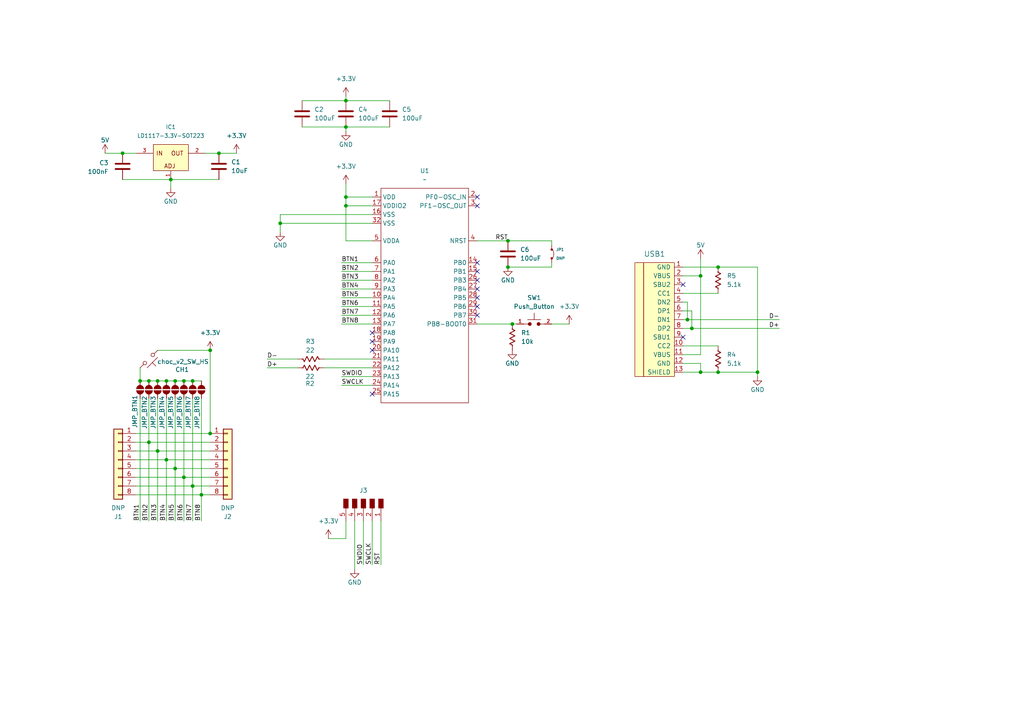
<source format=kicad_sch>
(kicad_sch (version 20250114) (generator "eeschema") (generator_version "9.0")
  (paper "A4")
  (lib_symbols
    (symbol "PCM_4ms_Power-symbol:+3.3V" (power) (pin_names (offset 0))
      (property "Value" "+3.3V" (at 0 3.556 0))
      (symbol "+3.3V_0_1"
        (polyline (pts (xy -0.762 1.27) (xy 0 2.54)))
        (polyline (pts (xy 0 2.54) (xy 0.762 1.27)))
        (polyline (pts (xy 0 0) (xy 0 2.54)))
      )
      (symbol "+3.3V_1_1"
        (pin power_in line (at 0 0 90) (length 0) (hide yes) (name "+3V3") (number "1"))
      )
    )
    (symbol "PCM_4ms_Regulator:LD1117-3.3V-SOT223" (pin_names (offset 1.016) (hide yes))
      (property "Reference" "IC" (at 2.54 -6.35 0))
      (property "Value" "LD1117-3.3V-SOT223" (at -4.445 4.445 0))
      (symbol "LD1117-3.3V-SOT223_1_0"
        (rectangle (start -5.08 3.81) (end 5.08 -3.81) (fill (type background)))
        (text "IN" (at -3.2766 1.2446 0) (effects (font (size 1.2192 1.2192))))
        (text "ADJ" (at -0.2794 -2.4384 0) (effects (font (size 1.2192 1.2192))))
        (text "OUT" (at 1.8796 1.2446 0) (effects (font (size 1.2192 1.2192))))
      )
      (symbol "LD1117-3.3V-SOT223_1_1"
        (pin input line (at -10.16 1.27 0) (length 5.08) (name "IN") (number "3"))
        (pin input line (at 0 -6.35 90) (length 2.54) (name "ADJ") (number "1"))
        (pin passive line (at 10.16 1.27 180) (length 5.08) (name "OUT") (number "2"))
      )
    )
    (symbol "PCM_Capacitor_AKL:C_0402" (pin_numbers (hide yes)) (pin_names (offset 0.254))
      (property "Reference" "C" (at 0.635 2.54 0))
      (property "Value" "C_0402" (at 0.635 -2.54 0))
      (symbol "C_0402_0_1"
        (polyline (pts (xy -2.032 0.762) (xy 2.032 0.762)) (stroke (width 0.508)))
        (polyline (pts (xy -2.032 -0.762) (xy 2.032 -0.762)) (stroke (width 0.508)))
      )
      (symbol "C_0402_0_2"
        (polyline (pts (xy -2.54 -2.54) (xy -0.381 -0.381)))
        (polyline (pts (xy -0.508 -0.508) (xy -1.651 0.635)) (stroke (width 0.508)))
        (polyline (pts (xy -0.508 -0.508) (xy 0.635 -1.651)) (stroke (width 0.508)))
        (polyline (pts (xy 0.381 0.381) (xy 2.54 2.54)))
        (polyline (pts (xy 0.508 0.508) (xy -0.635 1.651)) (stroke (width 0.508)))
        (polyline (pts (xy 0.508 0.508) (xy 1.651 -0.635)) (stroke (width 0.508)))
      )
      (symbol "C_0402_1_1"
        (pin passive line (at 0 3.81 270) (length 2.794) (name "~") (number "1"))
        (pin passive line (at 0 -3.81 90) (length 2.794) (name "~") (number "2"))
      )
      (symbol "C_0402_1_2"
        (pin passive line (at -2.54 -2.54 90) (length 0) (name "~") (number "2"))
        (pin passive line (at 2.54 2.54 270) (length 0) (name "~") (number "1"))
      )
    )
    (symbol "PCM_Resistor_US_AKL:R_0805" (pin_numbers (hide yes)) (pin_names (offset 0))
      (property "Reference" "R" (at 2.54 1.27 0))
      (property "Value" "R_0805" (at 2.54 -1.27 0))
      (symbol "R_0805_0_1"
        (polyline (pts (xy 0 2.286) (xy 0 2.54)) (stroke (width 0.254)))
        (polyline (pts (xy 0 2.286) (xy 0.762 1.905) (xy -0.762 1.143) (xy 0 0.762) (xy 0.762 0.381) (xy 0 0) (xy -0.762 -0.381) (xy 0 -0.762) (xy 0.762 -1.143) (xy 0 -1.524) (xy -0.762 -1.905) (xy 0 -2.286)) (stroke (width 0.254)))
        (polyline (pts (xy 0 -2.286) (xy 0 -2.54)) (stroke (width 0.254)))
      )
      (symbol "R_0805_0_2"
        (polyline (pts (xy -2.54 -2.54) (xy -1.778 -1.778)))
        (polyline (pts (xy -1.778 -1.778) (xy -1.524 -1.524)) (stroke (width 0.254)))
        (polyline (pts (xy -1.524 -1.524) (xy -1.778 -0.762) (xy -1.016 -1.016)) (stroke (width 0.254)))
        (polyline (pts (xy -0.508 -0.508) (xy -0.762 0.254) (xy 0 0)) (stroke (width 0.254)))
        (polyline (pts (xy -0.508 -0.508) (xy -0.254 -1.27) (xy -1.016 -1.016)) (stroke (width 0.254)))
        (polyline (pts (xy 0.508 0.508) (xy 0.254 1.27) (xy 1.016 1.016)) (stroke (width 0.254)))
        (polyline (pts (xy 0.508 0.508) (xy 0.762 -0.254) (xy 0 0)) (stroke (width 0.254)))
        (polyline (pts (xy 1.524 1.524) (xy 1.778 0.762) (xy 1.016 1.016)) (stroke (width 0.254)))
        (polyline (pts (xy 1.778 1.778) (xy 1.524 1.524)) (stroke (width 0.254)))
        (polyline (pts (xy 1.778 1.778) (xy 2.54 2.54)))
      )
      (symbol "R_0805_1_1"
        (pin passive line (at 0 3.81 270) (length 1.27) (name "~") (number "1"))
        (pin passive line (at 0 -3.81 90) (length 1.27) (name "~") (number "2"))
      )
      (symbol "R_0805_1_2"
        (pin passive line (at -2.54 -2.54 0) (length 0) (name "") (number "2"))
        (pin passive line (at 2.54 2.54 180) (length 0) (name "") (number "1"))
      )
    )
    (symbol "PCM_SL_Devices:Push_Button"
      (property "Reference" "SW" (at 0 6.35 0))
      (property "Value" "Push_Button" (at 0 4.445 0))
      (symbol "Push_Button_0_1"
        (polyline (pts (xy -3.175 0) (xy -1.778 0)))
        (polyline (pts (xy -1.905 1.27) (xy 1.905 1.27)))
        (circle (center -1.27 0) (radius 0.4579) (fill (type outline)))
        (polyline (pts (xy 0 1.27) (xy 0 3.175)))
        (circle (center 1.27 0) (radius 0.4579) (fill (type outline)))
        (polyline (pts (xy 1.778 0) (xy 3.175 0)))
      )
      (symbol "Push_Button_1_1"
        (pin passive line (at -5.08 0 0) (length 2) (name "") (number "1"))
        (pin passive line (at 5.08 0 180) (length 2) (name "") (number "2"))
      )
    )
    (symbol "PCM_SL_Jumpers_THT:JUP_P5.08mm"
      (property "Reference" "JP" (at -4.064 1.524 0))
      (property "Value" "JUP_P5.08mm" (at 1.27 1.524 0))
      (symbol "JUP_P5.08mm_0_1"
        (circle (center -1.27 0) (radius 0.254) (fill (type outline)))
        (arc (start -1.27 0.254) (mid 0 0.5892) (end 1.27 0.254))
        (circle (center 1.27 0) (radius 0.254) (fill (type outline)))
      )
      (symbol "JUP_P5.08mm_1_1"
        (pin passive line (at -2.54 0 0) (length 1.2) (name "") (number "1"))
        (pin passive line (at 2.54 0 180) (length 1.2) (name "") (number "2"))
      )
    )
    (symbol "PCM_SparkFun-Connector:Conn_01x08_JST_P1.25mm_Locking_Horizontal_SMD" (pin_names (offset 1.016) (hide yes))
      (property "Reference" "J" (at 0 10.16 0))
      (property "Value" "JST_Locking_8" (at 0 -12.7 0))
      (symbol "Conn_01x08_JST_P1.25mm_Locking_Horizontal_SMD_1_1"
        (rectangle (start -1.27 8.89) (end 1.27 -11.43) (stroke (width 0.254)) (fill (type background)))
        (rectangle (start -1.27 7.747) (end 0 7.493) (stroke (width 0.1524)))
        (rectangle (start -1.27 5.207) (end 0 4.953) (stroke (width 0.1524)))
        (rectangle (start -1.27 2.667) (end 0 2.413) (stroke (width 0.1524)))
        (rectangle (start -1.27 0.127) (end 0 -0.127) (stroke (width 0.1524)))
        (rectangle (start -1.27 -2.413) (end 0 -2.667) (stroke (width 0.1524)))
        (rectangle (start -1.27 -4.953) (end 0 -5.207) (stroke (width 0.1524)))
        (rectangle (start -1.27 -7.493) (end 0 -7.747) (stroke (width 0.1524)))
        (rectangle (start -1.27 -10.033) (end 0 -10.287) (stroke (width 0.1524)))
        (pin passive line (at -5.08 7.62 0) (length 3.81) (name "Pin_1") (number "1"))
        (pin passive line (at -5.08 5.08 0) (length 3.81) (name "Pin_2") (number "2"))
        (pin passive line (at -5.08 2.54 0) (length 3.81) (name "Pin_3") (number "3"))
        (pin passive line (at -5.08 0 0) (length 3.81) (name "Pin_4") (number "4"))
        (pin passive line (at -5.08 -2.54 0) (length 3.81) (name "Pin_5") (number "5"))
        (pin passive line (at -5.08 -5.08 0) (length 3.81) (name "Pin_6") (number "6"))
        (pin passive line (at -5.08 -7.62 0) (length 3.81) (name "Pin_7") (number "7"))
        (pin passive line (at -5.08 -10.16 0) (length 3.81) (name "Pin_8") (number "8"))
        (pin no_connect line (at 3.81 -11.43 90) (length 5.08) (hide yes) (name "NC") (number "NC2"))
        (pin no_connect line (at 6.35 -11.43 90) (length 5.08) (hide yes) (name "NC") (number "NC1"))
      )
    )
    (symbol "PCM_SparkFun-Jumper:SolderJumper_2_Open_No_Silk" (pin_numbers (hide yes)) (pin_names (offset 0) (hide yes))
      (property "Reference" "JP" (at 0 2.032 0))
      (property "Value" "~" (at 0 -2.54 0))
      (symbol "SolderJumper_2_Open_No_Silk_0_1"
        (polyline (pts (xy -0.254 1.016) (xy -0.254 -1.016)))
        (arc (start -0.254 -1.016) (mid -1.2656 0) (end -0.254 1.016))
        (arc (start -0.254 -1.016) (mid -1.2656 0) (end -0.254 1.016) (fill (type outline)))
        (arc (start 0.254 1.016) (mid 1.2656 0) (end 0.254 -1.016))
        (arc (start 0.254 1.016) (mid 1.2656 0) (end 0.254 -1.016) (fill (type outline)))
        (polyline (pts (xy 0.254 1.016) (xy 0.254 -1.016)))
      )
      (symbol "SolderJumper_2_Open_No_Silk_1_1"
        (pin passive line (at -2.54 0 0) (length 1.27) (name "A") (number "1"))
        (pin passive line (at 2.54 0 180) (length 1.27) (name "B") (number "2"))
      )
    )
    (symbol "PCM_SparkFun-PowerSymbol:5V" (power) (pin_names (offset 0))
      (property "Value" "5V" (at 0 3.81 0))
      (symbol "5V_0_1"
        (polyline (pts (xy -0.762 1.27) (xy 0 2.54)))
        (polyline (pts (xy 0 2.54) (xy 0.762 1.27)))
        (polyline (pts (xy 0 0) (xy 0 2.54)))
      )
      (symbol "5V_1_1"
        (pin power_in line (at 0 0 90) (length 0) (hide yes) (name "5V") (number "1"))
      )
    )
    (symbol "PCM_SparkFun-PowerSymbol:GND" (power) (pin_names (offset 0))
      (property "Value" "GND" (at 0 -3.81 0))
      (symbol "GND_0_1"
        (polyline (pts (xy 0 0) (xy 0 -1.27) (xy 1.27 -1.27) (xy 0 -2.54) (xy -1.27 -1.27) (xy 0 -1.27)))
      )
      (symbol "GND_1_1"
        (pin power_in line (at 0 0 270) (length 0) (hide yes) (name "GND") (number "1"))
      )
    )
    (symbol "PCM_fab:PinHeader_01x05_P2.54mm_Horizontal_SMD" (pin_names (hide yes))
      (property "Reference" "J" (at 0 7.62 0))
      (property "Value" "PinHeader_01x05_P2.54mm_Horizontal_SMD" (at 0 -7.62 0))
      (symbol "PinHeader_01x05_P2.54mm_Horizontal_SMD_1_1"
        (rectangle (start -1.27 5.715) (end 1.27 4.445) (stroke (width 0.254)) (fill (type outline)))
        (rectangle (start -1.27 3.175) (end 1.27 1.905) (stroke (width 0.254)) (fill (type outline)))
        (rectangle (start -1.27 0.635) (end 1.27 -0.635) (stroke (width 0.254)) (fill (type outline)))
        (rectangle (start -1.27 -1.905) (end 1.27 -3.175) (stroke (width 0.254)) (fill (type outline)))
        (rectangle (start -1.27 -4.445) (end 1.27 -5.715) (stroke (width 0.254)) (fill (type outline)))
        (pin passive line (at 5.08 5.08 180) (length 3.81) (name "Pin_1") (number "1"))
        (pin passive line (at 5.08 2.54 180) (length 3.81) (name "Pin_2") (number "2"))
        (pin passive line (at 5.08 0 180) (length 3.81) (name "Pin_3") (number "3"))
        (pin passive line (at 5.08 -2.54 180) (length 3.81) (name "Pin_4") (number "4"))
        (pin passive line (at 5.08 -5.08 180) (length 3.81) (name "Pin_5") (number "5"))
      )
    )
    (symbol "PCM_marbastlib-choc:choc_v1_SW_HS_CPG135001S30" (pin_numbers (hide yes)) (pin_names (offset 1.016) (hide yes))
      (property "Reference" "CH" (at 3.048 1.016 0))
      (property "Value" "choc_v1_SW_HS" (at 0 -3.81 0))
      (symbol "choc_v1_SW_HS_CPG135001S30_0_1"
        (polyline (pts (xy -2.54 2.54) (xy -1.524 1.524) (xy -1.524 1.524)))
        (circle (center -1.1684 1.1684) (radius 0.508))
        (polyline (pts (xy -0.508 2.54) (xy 2.54 -0.508)))
        (polyline (pts (xy 1.016 1.016) (xy 2.032 2.032)))
        (circle (center 1.143 -1.1938) (radius 0.508))
        (polyline (pts (xy 1.524 -1.524) (xy 2.54 -2.54) (xy 2.54 -2.54) (xy 2.54 -2.54)))
        (pin passive line (at -2.54 2.54 0) (length 0) (name "1") (number "1"))
        (pin passive line (at 2.54 -2.54 180) (length 0) (name "2") (number "2"))
      )
    )
    (symbol "Type-C:HRO-TYPE-C-31-M-12" (pin_names (offset 1.016))
      (property "Reference" "USB" (at -5.08 16.51 0))
      (property "Value" "HRO-TYPE-C-31-M-12" (at -10.16 -1.27 90))
      (symbol "HRO-TYPE-C-31-M-12_0_1"
        (rectangle (start -11.43 15.24) (end -8.89 -17.78) (fill (type background)))
        (rectangle (start 0 -17.78) (end -8.89 15.24) (fill (type background)))
      )
      (symbol "HRO-TYPE-C-31-M-12_1_1"
        (pin input line (at 2.54 13.97 180) (length 2.54) (name "GND") (number "1"))
        (pin input line (at 2.54 11.43 180) (length 2.54) (name "VBUS") (number "2"))
        (pin input line (at 2.54 8.89 180) (length 2.54) (name "SBU2") (number "3"))
        (pin input line (at 2.54 6.35 180) (length 2.54) (name "CC1") (number "4"))
        (pin input line (at 2.54 3.81 180) (length 2.54) (name "DN2") (number "5"))
        (pin input line (at 2.54 1.27 180) (length 2.54) (name "DP1") (number "6"))
        (pin input line (at 2.54 -1.27 180) (length 2.54) (name "DN1") (number "7"))
        (pin input line (at 2.54 -3.81 180) (length 2.54) (name "DP2") (number "8"))
        (pin input line (at 2.54 -6.35 180) (length 2.54) (name "SBU1") (number "9"))
        (pin input line (at 2.54 -8.89 180) (length 2.54) (name "CC2") (number "10"))
        (pin input line (at 2.54 -11.43 180) (length 2.54) (name "VBUS") (number "11"))
        (pin input line (at 2.54 -13.97 180) (length 2.54) (name "GND") (number "12"))
        (pin input line (at 2.54 -16.51 180) (length 2.54) (name "SHIELD") (number "13"))
      )
    )
    (symbol "mycustomsymbols:STM32F042K6"
      (property "Reference" "U" (at -12.192 30.734 0))
      (symbol "STM32F042K6_0_1"
        (rectangle (start -12.7 29.21) (end 12.7 -33.02))
      )
      (symbol "STM32F042K6_1_1"
        (pin bidirectional line (at -15.24 26.67 0) (length 2.54) (name "VDD") (number "1"))
        (pin bidirectional line (at -15.24 24.13 0) (length 2.54) (name "VDDIO2") (number "17"))
        (pin bidirectional line (at -15.24 21.59 0) (length 2.54) (name "VSS") (number "16"))
        (pin bidirectional line (at -15.24 19.05 0) (length 2.54) (name "VSS") (number "32"))
        (pin bidirectional line (at -15.24 13.97 0) (length 2.54) (name "VDDA") (number "5"))
        (pin bidirectional line (at -15.24 7.62 0) (length 2.54) (name "PA0") (number "6"))
        (pin bidirectional line (at -15.24 5.08 0) (length 2.54) (name "PA1") (number "7"))
        (pin bidirectional line (at -15.24 2.54 0) (length 2.54) (name "PA2") (number "8"))
        (pin bidirectional line (at -15.24 0 0) (length 2.54) (name "PA3") (number "9"))
        (pin bidirectional line (at -15.24 -2.54 0) (length 2.54) (name "PA4") (number "10"))
        (pin bidirectional line (at -15.24 -5.08 0) (length 2.54) (name "PA5") (number "11"))
        (pin bidirectional line (at -15.24 -7.62 0) (length 2.54) (name "PA6") (number "12"))
        (pin bidirectional line (at -15.24 -10.16 0) (length 2.54) (name "PA7") (number "13"))
        (pin bidirectional line (at -15.24 -12.7 0) (length 2.54) (name "PA8") (number "18"))
        (pin bidirectional line (at -15.24 -15.24 0) (length 2.54) (name "PA9") (number "19"))
        (pin bidirectional line (at -15.24 -17.78 0) (length 2.54) (name "PA10") (number "20"))
        (pin bidirectional line (at -15.24 -20.32 0) (length 2.54) (name "PA11") (number "21"))
        (pin bidirectional line (at -15.24 -22.86 0) (length 2.54) (name "PA12") (number "22"))
        (pin bidirectional line (at -15.24 -25.4 0) (length 2.54) (name "PA13") (number "23"))
        (pin bidirectional line (at -15.24 -27.94 0) (length 2.54) (name "PA14") (number "24"))
        (pin bidirectional line (at -15.24 -30.48 0) (length 2.54) (name "PA15") (number "25"))
        (pin bidirectional line (at 15.24 26.67 180) (length 2.54) (name "PF0-OSC_IN") (number "2"))
        (pin bidirectional line (at 15.24 24.13 180) (length 2.54) (name "PF1-OSC_OUT") (number "3"))
        (pin bidirectional line (at 15.24 13.97 180) (length 2.54) (name "NRST") (number "4"))
        (pin bidirectional line (at 15.24 7.62 180) (length 2.54) (name "PB0") (number "14"))
        (pin bidirectional line (at 15.24 5.08 180) (length 2.54) (name "PB1") (number "15"))
        (pin bidirectional line (at 15.24 2.54 180) (length 2.54) (name "PB3") (number "26"))
        (pin bidirectional line (at 15.24 0 180) (length 2.54) (name "PB4") (number "27"))
        (pin bidirectional line (at 15.24 -2.54 180) (length 2.54) (name "PB5") (number "28"))
        (pin bidirectional line (at 15.24 -5.08 180) (length 2.54) (name "PB6") (number "29"))
        (pin bidirectional line (at 15.24 -7.62 180) (length 2.54) (name "PB7") (number "30"))
        (pin bidirectional line (at 15.24 -10.16 180) (length 2.54) (name "PB8-BOOT0") (number "31"))
      )
    )
  )
  (junction (at 208.28 77.47))
  (junction (at 43.18 110.49))
  (junction (at 60.96 125.73))
  (junction (at 40.64 110.49))
  (junction (at 199.39 92.71))
  (junction (at 100.33 29.21))
  (junction (at 63.5 44.45))
  (junction (at 45.72 110.49))
  (junction (at 100.33 36.83))
  (junction (at 53.34 110.49))
  (junction (at 100.33 59.69))
  (junction (at 35.56 44.45))
  (junction (at 147.32 77.47))
  (junction (at 43.18 128.27))
  (junction (at 45.72 130.81))
  (junction (at 58.42 143.51))
  (junction (at 49.53 52.07))
  (junction (at 203.2 80.01))
  (junction (at 81.28 64.77))
  (junction (at 60.96 101.6))
  (junction (at 203.2 107.95))
  (junction (at 200.66 95.25))
  (junction (at 48.26 133.35))
  (junction (at 50.8 110.49))
  (junction (at 55.88 110.49))
  (junction (at 53.34 138.43))
  (junction (at 147.32 69.85))
  (junction (at 50.8 135.89))
  (junction (at 219.71 107.95))
  (junction (at 148.59 93.98))
  (junction (at 208.28 107.95))
  (junction (at 48.26 110.49))
  (junction (at 55.88 140.97))
  (junction (at 100.33 57.15))
  (no_connect (at 138.43 57.15))
  (no_connect (at 138.43 59.69))
  (no_connect (at 107.95 114.3))
  (no_connect (at 138.43 88.9))
  (no_connect (at 138.43 86.36))
  (no_connect (at 107.95 101.6))
  (no_connect (at 107.95 96.52))
  (no_connect (at 138.43 91.44))
  (no_connect (at 198.12 97.79))
  (no_connect (at 107.95 99.06))
  (no_connect (at 138.43 76.2))
  (no_connect (at 198.12 82.55))
  (no_connect (at 138.43 78.74))
  (no_connect (at 138.43 81.28))
  (no_connect (at 138.43 83.82))
  (wire (pts (xy 55.88 115.57) (xy 55.88 140.97)))
  (wire (pts (xy 110.49 163.83) (xy 110.49 151.13)))
  (wire (pts (xy 39.37 140.97) (xy 55.88 140.97)))
  (wire (pts (xy 50.8 135.89) (xy 60.96 135.89)))
  (wire (pts (xy 203.2 74.93) (xy 203.2 80.01)))
  (wire (pts (xy 39.37 125.73) (xy 60.96 125.73)))
  (wire (pts (xy 99.06 91.44) (xy 107.95 91.44)))
  (wire (pts (xy 203.2 107.95) (xy 208.28 107.95)))
  (wire (pts (xy 48.26 133.35) (xy 60.96 133.35)))
  (wire (pts (xy 165.1 93.98) (xy 160.02 93.98)))
  (wire (pts (xy 200.66 90.17) (xy 200.66 95.25)))
  (wire (pts (xy 39.37 135.89) (xy 50.8 135.89)))
  (wire (pts (xy 48.26 133.35) (xy 48.26 151.13)))
  (wire (pts (xy 200.66 95.25) (xy 226.06 95.25)))
  (wire (pts (xy 100.33 156.21) (xy 100.33 151.13)))
  (wire (pts (xy 149.86 93.98) (xy 148.59 93.98)))
  (wire (pts (xy 99.06 93.98) (xy 107.95 93.98)))
  (wire (pts (xy 43.18 128.27) (xy 60.96 128.27)))
  (wire (pts (xy 203.2 102.87) (xy 198.12 102.87)))
  (wire (pts (xy 86.36 104.14) (xy 77.47 104.14)))
  (wire (pts (xy 203.2 80.01) (xy 203.2 102.87)))
  (wire (pts (xy 87.63 29.21) (xy 100.33 29.21)))
  (wire (pts (xy 43.18 128.27) (xy 43.18 151.13)))
  (wire (pts (xy 30.48 44.45) (xy 35.56 44.45)))
  (wire (pts (xy 160.02 77.47) (xy 147.32 77.47)))
  (wire (pts (xy 107.95 69.85) (xy 100.33 69.85)))
  (wire (pts (xy 53.34 115.57) (xy 53.34 138.43)))
  (wire (pts (xy 198.12 92.71) (xy 199.39 92.71)))
  (wire (pts (xy 35.56 52.07) (xy 49.53 52.07)))
  (wire (pts (xy 100.33 53.34) (xy 100.33 57.15)))
  (wire (pts (xy 39.37 143.51) (xy 58.42 143.51)))
  (wire (pts (xy 40.64 106.68) (xy 40.64 110.49)))
  (wire (pts (xy 147.32 69.85) (xy 160.02 69.85)))
  (wire (pts (xy 160.02 69.85) (xy 160.02 71.12)))
  (wire (pts (xy 95.25 156.21) (xy 100.33 156.21)))
  (wire (pts (xy 81.28 64.77) (xy 81.28 67.31)))
  (wire (pts (xy 198.12 85.09) (xy 208.28 85.09)))
  (wire (pts (xy 105.41 151.13) (xy 105.41 163.83)))
  (wire (pts (xy 49.53 54.61) (xy 49.53 52.07)))
  (wire (pts (xy 59.69 44.45) (xy 63.5 44.45)))
  (wire (pts (xy 100.33 57.15) (xy 100.33 59.69)))
  (wire (pts (xy 203.2 105.41) (xy 198.12 105.41)))
  (wire (pts (xy 50.8 110.49) (xy 53.34 110.49)))
  (wire (pts (xy 39.37 128.27) (xy 43.18 128.27)))
  (wire (pts (xy 45.72 110.49) (xy 48.26 110.49)))
  (wire (pts (xy 60.96 101.6) (xy 45.72 101.6)))
  (wire (pts (xy 198.12 90.17) (xy 200.66 90.17)))
  (wire (pts (xy 107.95 59.69) (xy 100.33 59.69)))
  (wire (pts (xy 99.06 109.22) (xy 107.95 109.22)))
  (wire (pts (xy 198.12 100.33) (xy 208.28 100.33)))
  (wire (pts (xy 58.42 143.51) (xy 58.42 151.13)))
  (wire (pts (xy 100.33 59.69) (xy 100.33 69.85)))
  (wire (pts (xy 100.33 27.94) (xy 100.33 29.21)))
  (wire (pts (xy 100.33 29.21) (xy 113.03 29.21)))
  (wire (pts (xy 39.37 133.35) (xy 48.26 133.35)))
  (wire (pts (xy 50.8 135.89) (xy 50.8 151.13)))
  (wire (pts (xy 45.72 130.81) (xy 45.72 151.13)))
  (wire (pts (xy 48.26 115.57) (xy 48.26 133.35)))
  (wire (pts (xy 49.53 52.07) (xy 63.5 52.07)))
  (wire (pts (xy 55.88 140.97) (xy 60.96 140.97)))
  (wire (pts (xy 198.12 80.01) (xy 203.2 80.01)))
  (wire (pts (xy 99.06 111.76) (xy 107.95 111.76)))
  (wire (pts (xy 219.71 107.95) (xy 219.71 109.22)))
  (wire (pts (xy 100.33 38.1) (xy 100.33 36.83)))
  (wire (pts (xy 219.71 77.47) (xy 219.71 107.95)))
  (wire (pts (xy 208.28 77.47) (xy 219.71 77.47)))
  (wire (pts (xy 86.36 106.68) (xy 77.47 106.68)))
  (wire (pts (xy 99.06 83.82) (xy 107.95 83.82)))
  (wire (pts (xy 35.56 44.45) (xy 39.37 44.45)))
  (wire (pts (xy 58.42 115.57) (xy 58.42 143.51)))
  (wire (pts (xy 138.43 69.85) (xy 147.32 69.85)))
  (wire (pts (xy 198.12 87.63) (xy 199.39 87.63)))
  (wire (pts (xy 81.28 62.23) (xy 81.28 64.77)))
  (wire (pts (xy 53.34 138.43) (xy 53.34 151.13)))
  (wire (pts (xy 81.28 64.77) (xy 107.95 64.77)))
  (wire (pts (xy 99.06 76.2) (xy 107.95 76.2)))
  (wire (pts (xy 199.39 92.71) (xy 226.06 92.71)))
  (wire (pts (xy 55.88 110.49) (xy 58.42 110.49)))
  (wire (pts (xy 93.98 106.68) (xy 107.95 106.68)))
  (wire (pts (xy 39.37 130.81) (xy 45.72 130.81)))
  (wire (pts (xy 53.34 138.43) (xy 60.96 138.43)))
  (wire (pts (xy 39.37 138.43) (xy 53.34 138.43)))
  (wire (pts (xy 100.33 57.15) (xy 107.95 57.15)))
  (wire (pts (xy 160.02 76.2) (xy 160.02 77.47)))
  (wire (pts (xy 40.64 110.49) (xy 43.18 110.49)))
  (wire (pts (xy 107.95 163.83) (xy 107.95 151.13)))
  (wire (pts (xy 199.39 87.63) (xy 199.39 92.71)))
  (wire (pts (xy 53.34 110.49) (xy 55.88 110.49)))
  (wire (pts (xy 58.42 143.51) (xy 60.96 143.51)))
  (wire (pts (xy 203.2 105.41) (xy 203.2 107.95)))
  (wire (pts (xy 87.63 36.83) (xy 100.33 36.83)))
  (wire (pts (xy 60.96 101.6) (xy 60.96 125.73)))
  (wire (pts (xy 43.18 115.57) (xy 43.18 128.27)))
  (wire (pts (xy 45.72 115.57) (xy 45.72 130.81)))
  (wire (pts (xy 113.03 36.83) (xy 100.33 36.83)))
  (wire (pts (xy 63.5 44.45) (xy 68.58 44.45)))
  (wire (pts (xy 198.12 95.25) (xy 200.66 95.25)))
  (wire (pts (xy 99.06 78.74) (xy 107.95 78.74)))
  (wire (pts (xy 138.43 93.98) (xy 148.59 93.98)))
  (wire (pts (xy 50.8 115.57) (xy 50.8 135.89)))
  (wire (pts (xy 99.06 86.36) (xy 107.95 86.36)))
  (wire (pts (xy 93.98 104.14) (xy 107.95 104.14)))
  (wire (pts (xy 102.87 151.13) (xy 102.87 165.1)))
  (wire (pts (xy 203.2 107.95) (xy 198.12 107.95)))
  (wire (pts (xy 99.06 81.28) (xy 107.95 81.28)))
  (wire (pts (xy 208.28 107.95) (xy 219.71 107.95)))
  (wire (pts (xy 55.88 140.97) (xy 55.88 151.13)))
  (wire (pts (xy 99.06 88.9) (xy 107.95 88.9)))
  (wire (pts (xy 43.18 110.49) (xy 45.72 110.49)))
  (wire (pts (xy 45.72 130.81) (xy 60.96 130.81)))
  (wire (pts (xy 198.12 77.47) (xy 208.28 77.47)))
  (wire (pts (xy 81.28 62.23) (xy 107.95 62.23)))
  (wire (pts (xy 48.26 110.49) (xy 50.8 110.49)))
  (wire (pts (xy 40.64 151.13) (xy 40.64 115.57)))
  (label "BTN1" (at 40.64 151.13 90))
  (label "BTN2" (at 43.18 151.13 90))
  (label "BTN5" (at 99.06 86.36 0))
  (label "SWCLK" (at 99.06 111.76 0))
  (label "BTN6" (at 99.06 88.9 0))
  (label "BTN4" (at 48.26 151.13 90))
  (label "SWCLK" (at 107.95 163.83 90))
  (label "BTN7" (at 55.88 151.13 90))
  (label "D-" (at 77.47 104.14 0))
  (label "BTN8" (at 99.06 93.98 0))
  (label "BTN4" (at 99.06 83.82 0))
  (label "BTN1" (at 99.06 76.2 0))
  (label "RST" (at 110.49 163.83 90))
  (label "SWDIO" (at 99.06 109.22 0))
  (label "D+" (at 77.47 106.68 0))
  (label "BTN8" (at 58.42 151.13 90))
  (label "BTN6" (at 53.34 151.13 90))
  (label "SWDIO" (at 105.41 163.83 90))
  (label "BTN5" (at 50.8 151.13 90))
  (label "RST" (at 147.32 69.85 180))
  (label "BTN3" (at 45.72 151.13 90))
  (label "D+" (at 226.06 95.25 180))
  (label "BTN3" (at 99.06 81.28 0))
  (label "D-" (at 226.06 92.71 180))
  (label "BTN7" (at 99.06 91.44 0))
  (label "BTN2" (at 99.06 78.74 0))
  (symbol (lib_id "PCM_4ms_Regulator:LD1117-3.3V-SOT223") (at 49.53 45.72 0) (unit 1)
    (property "Reference" "IC1" (at 49.53 36.83 0) (effects (font (size 1.143 1.143))))
    (property "Value" "LD1117-3.3V-SOT223" (at 49.53 39.37 0) (effects (font (size 1.143 1.143))))
    (property "Footprint" "PCM_4ms_Package_SOT:SOT223" (effects (hide yes)))
    (property "Datasheet" "https://www.mouser.com/datasheet/2/389/cd00000544-1795431.pdf" (effects (hide yes)))
    (property "Description" "3.3V Voltage Regulator, SOT-223-3, Imax=0.8A, VinMax=15V, Vdrop=1V" (effects (hide yes)))
    (property "Manufacturer" "STMicroelectronics" (effects (hide yes)))
    (property "Part Number" "LD1117S33CTR" (effects (hide yes)))
  )
  (symbol (lib_id "PCM_Capacitor_AKL:C_0402") (at 147.32 73.66 180) (unit 1)
    (property "Reference" "C6" (at 150.876 72.3899 0) (effects (justify right)))
    (property "Value" "100uF" (at 150.876 74.9299 0) (effects (justify right)))
    (property "Footprint" "PCM_Capacitor_SMD_Handsoldering_AKL:C_0805_2012Metric" (effects (hide yes)))
    (property "Description" "SMD 0402 MLCC capacitor, Alternate KiCad Library" (effects (hide yes)))
  )
  (symbol (lib_id "PCM_SparkFun-Jumper:SolderJumper_2_Open_No_Silk") (at 48.26 113.03 90) (unit 1)
    (property "Reference" "JMP_BTN4" (at 46.99 124.4601 0) (effects (justify left)))
    (property "Footprint" "PCM_SparkFun-Jumper:Jumper_2_NO_NoSilk" (effects (hide yes)))
    (property "Description" "Solder Jumper, 2-pole, open" (effects (hide yes)))
  )
  (symbol (lib_id "PCM_Resistor_US_AKL:R_0805") (at 90.17 106.68 90) (unit 1)
    (property "Reference" "R2" (at 89.916 111.252 90))
    (property "Value" "22" (at 89.916 109.22 90))
    (property "Footprint" "PCM_Resistor_SMD_AKL:R_0805_2012Metric" (effects (hide yes)))
    (property "Description" "SMD 0805 Chip Resistor, US Symbol, Alternate KiCad Library" (effects (hide yes)))
  )
  (symbol (lib_id "PCM_fab:PinHeader_01x05_P2.54mm_Horizontal_SMD") (at 105.41 146.05 270) (unit 1)
    (property "Reference" "J3" (at 105.41 142.24 90))
    (property "Value" "DNP" (effects (hide yes)))
    (property "Footprint" "PCM_fab:PinHeader_01x05_P2.54mm_Vertical_THT_D1.4mm" (effects (hide yes)))
    (property "Description" "Male connector, single row" (effects (hide yes)))
  )
  (symbol (lib_id "PCM_SparkFun-PowerSymbol:GND") (at 49.53 54.61 0) (unit 1)
    (property "Reference" "#PWR04" (effects (hide yes)))
    (property "Value" "GND" (at 49.53 58.42 0))
    (property "Description" "Power symbol creates a global label with name \"GND\" , ground" (effects (hide yes)))
  )
  (symbol (lib_id "PCM_SparkFun-Connector:Conn_01x08_JST_P1.25mm_Locking_Horizontal_SMD") (at 34.29 133.35 0) (mirror y) (unit 1)
    (property "Reference" "J1" (at 34.29 149.86 0))
    (property "Value" "DNP" (at 34.29 147.32 0))
    (property "Footprint" "PCM_SparkFun-Connector:1x08_P2.54mm" (effects (hide yes)))
    (property "Datasheet" "https://www.jst-mfg.com/product/pdf/eng/eGH.pdf" (effects (hide yes)))
    (property "Description" "JST locking connector" (effects (hide yes)))
    (property "PROD_ID" "CONN-25026" (effects (hide yes)))
  )
  (symbol (lib_id "PCM_4ms_Power-symbol:+3.3V") (at 60.96 101.6 0) (unit 1)
    (property "Reference" "#PWR01" (effects (hide yes)))
    (property "Value" "+3.3V" (at 60.96 96.52 0))
  )
  (symbol (lib_id "PCM_Capacitor_AKL:C_0402") (at 35.56 48.26 0) (unit 1)
    (property "Reference" "C3" (at 31.496 47.2439 0) (effects (justify right)))
    (property "Value" "100nF" (at 31.496 49.7839 0) (effects (justify right)))
    (property "Footprint" "PCM_Capacitor_SMD_Handsoldering_AKL:C_0805_2012Metric" (effects (hide yes)))
    (property "Description" "SMD 0402 MLCC capacitor, Alternate KiCad Library" (effects (hide yes)))
  )
  (symbol (lib_id "PCM_SparkFun-Connector:Conn_01x08_JST_P1.25mm_Locking_Horizontal_SMD") (at 66.04 133.35 0) (unit 1)
    (property "Reference" "J2" (at 66.04 149.86 0))
    (property "Value" "DNP" (at 66.04 147.32 0))
    (property "Footprint" "PCM_SparkFun-Connector:1x08_P2.54mm" (effects (hide yes)))
    (property "Datasheet" "https://www.jst-mfg.com/product/pdf/eng/eGH.pdf" (effects (hide yes)))
    (property "Description" "JST locking connector" (effects (hide yes)))
    (property "PROD_ID" "CONN-25026" (effects (hide yes)))
  )
  (symbol (lib_id "PCM_Capacitor_AKL:C_0402") (at 87.63 33.02 180) (unit 1)
    (property "Reference" "C2" (at 91.186 31.7499 0) (effects (justify right)))
    (property "Value" "100uF" (at 91.186 34.2899 0) (effects (justify right)))
    (property "Footprint" "PCM_Capacitor_SMD_Handsoldering_AKL:C_0805_2012Metric" (effects (hide yes)))
    (property "Description" "SMD 0402 MLCC capacitor, Alternate KiCad Library" (effects (hide yes)))
  )
  (symbol (lib_id "PCM_SparkFun-PowerSymbol:5V") (at 203.2 74.93 0) (unit 1)
    (property "Reference" "#PWR015" (effects (hide yes)))
    (property "Value" "5V" (at 203.2 71.12 0))
    (property "Description" "Power symbol creates a global label with name \"5V\"" (effects (hide yes)))
  )
  (symbol (lib_id "PCM_SparkFun-Jumper:SolderJumper_2_Open_No_Silk") (at 58.42 113.03 90) (unit 1)
    (property "Reference" "JMP_BTN8" (at 57.15 124.4601 0) (effects (justify left)))
    (property "Footprint" "PCM_SparkFun-Jumper:Jumper_2_NO_NoSilk" (effects (hide yes)))
    (property "Description" "Solder Jumper, 2-pole, open" (effects (hide yes)))
  )
  (symbol (lib_id "PCM_SparkFun-Jumper:SolderJumper_2_Open_No_Silk") (at 50.8 113.03 90) (unit 1)
    (property "Reference" "JMP_BTN5" (at 49.53 124.4601 0) (effects (justify left)))
    (property "Footprint" "PCM_SparkFun-Jumper:Jumper_2_NO_NoSilk" (effects (hide yes)))
    (property "Description" "Solder Jumper, 2-pole, open" (effects (hide yes)))
  )
  (symbol (lib_id "PCM_4ms_Power-symbol:+3.3V") (at 100.33 27.94 0) (unit 1)
    (property "Reference" "#PWR07" (effects (hide yes)))
    (property "Value" "+3.3V" (at 100.33 22.86 0))
  )
  (symbol (lib_id "PCM_SparkFun-Jumper:SolderJumper_2_Open_No_Silk") (at 53.34 113.03 90) (unit 1)
    (property "Reference" "JMP_BTN6" (at 52.07 124.4601 0) (effects (justify left)))
    (property "Footprint" "PCM_SparkFun-Jumper:Jumper_2_NO_NoSilk" (effects (hide yes)))
    (property "Description" "Solder Jumper, 2-pole, open" (effects (hide yes)))
  )
  (symbol (lib_id "PCM_Resistor_US_AKL:R_0805") (at 208.28 104.14 0) (unit 1)
    (property "Reference" "R4" (at 210.82 102.8699 0) (effects (justify left)))
    (property "Value" "5.1k" (at 210.82 105.4099 0) (effects (justify left)))
    (property "Footprint" "PCM_Resistor_SMD_AKL:R_0805_2012Metric" (effects (hide yes)))
    (property "Description" "SMD 0805 Chip Resistor, US Symbol, Alternate KiCad Library" (effects (hide yes)))
  )
  (symbol (lib_id "PCM_SparkFun-Jumper:SolderJumper_2_Open_No_Silk") (at 45.72 113.03 90) (unit 1)
    (property "Reference" "JMP_BTN3" (at 44.45 124.4601 0) (effects (justify left)))
    (property "Footprint" "PCM_SparkFun-Jumper:Jumper_2_NO_NoSilk" (effects (hide yes)))
    (property "Description" "Solder Jumper, 2-pole, open" (effects (hide yes)))
  )
  (symbol (lib_id "PCM_SparkFun-Jumper:SolderJumper_2_Open_No_Silk") (at 43.18 113.03 90) (unit 1)
    (property "Reference" "JMP_BTN2" (at 41.91 124.4601 0) (effects (justify left)))
    (property "Footprint" "PCM_SparkFun-Jumper:Jumper_2_NO_NoSilk" (effects (hide yes)))
    (property "Description" "Solder Jumper, 2-pole, open" (effects (hide yes)))
  )
  (symbol (lib_id "PCM_marbastlib-choc:choc_v1_SW_HS_CPG135001S30") (at 43.18 104.14 0) (mirror x) (unit 1)
    (property "Reference" "CH1" (at 52.832 107.188 0))
    (property "Value" "choc_v2_SW_HS" (at 53.086 104.902 0))
    (property "Footprint" "PCM_Switch_Keyboard_Hotswap_Kailh:SW_Hotswap_Kailh_Choc_V1V2" (effects (hide yes)))
    (property "Description" "Push button switch, normally open, two pins, 45° tilted" (effects (hide yes)))
  )
  (symbol (lib_id "PCM_SparkFun-PowerSymbol:GND") (at 100.33 38.1 0) (unit 1)
    (property "Reference" "#PWR08" (effects (hide yes)))
    (property "Value" "GND" (at 100.33 41.91 0))
    (property "Description" "Power symbol creates a global label with name \"GND\" , ground" (effects (hide yes)))
  )
  (symbol (lib_id "PCM_SparkFun-Jumper:SolderJumper_2_Open_No_Silk") (at 55.88 113.03 90) (unit 1)
    (property "Reference" "JMP_BTN7" (at 54.61 124.4601 0) (effects (justify left)))
    (property "Footprint" "PCM_SparkFun-Jumper:Jumper_2_NO_NoSilk" (effects (hide yes)))
    (property "Description" "Solder Jumper, 2-pole, open" (effects (hide yes)))
  )
  (symbol (lib_id "PCM_SparkFun-Jumper:SolderJumper_2_Open_No_Silk") (at 40.64 113.03 270) (unit 1)
    (property "Reference" "JMP_BTN1" (at 39.116 114.5539 0) (effects (justify left)))
    (property "Footprint" "PCM_SparkFun-Jumper:Jumper_2_NO_NoSilk" (effects (hide yes)))
    (property "Description" "Solder Jumper, 2-pole, open" (effects (hide yes)))
  )
  (symbol (lib_id "PCM_SL_Jumpers_THT:JUP_P5.08mm") (at 160.02 73.66 270) (unit 1)
    (property "Reference" "JP1" (at 161.29 72.39 90) (effects (font (size 0.8 0.8)) (justify left)))
    (property "Value" "DNP" (at 161.29 74.93 90) (effects (font (size 0.8 0.8)) (justify left)))
    (property "Footprint" "PCM_SL_Jumpers:JUP_P5.08mm" (effects (hide yes)))
    (property "Description" "Through-Hole Jumpers or wire links with a pin space of 5.08mm" (effects (hide yes)))
  )
  (symbol (lib_id "PCM_SL_Devices:Push_Button") (at 154.94 93.98 0) (unit 1)
    (property "Reference" "SW1" (at 154.94 86.36 0))
    (property "Value" "Push_Button" (at 154.94 88.9 0))
    (property "Footprint" "Button_Switch_THT:SW_PUSH_6mm" (effects (hide yes)))
    (property "Description" "Common 6mmx6mm Push Button" (effects (hide yes)))
  )
  (symbol (lib_id "PCM_4ms_Power-symbol:+3.3V") (at 100.33 53.34 0) (unit 1)
    (property "Reference" "#PWR05" (effects (hide yes)))
    (property "Value" "+3.3V" (at 100.33 48.26 0))
  )
  (symbol (lib_id "PCM_SparkFun-PowerSymbol:GND") (at 102.87 165.1 0) (unit 1)
    (property "Reference" "#PWR09" (effects (hide yes)))
    (property "Value" "GND" (at 102.87 168.91 0))
    (property "Description" "Power symbol creates a global label with name \"GND\" , ground" (effects (hide yes)))
  )
  (symbol (lib_id "PCM_Resistor_US_AKL:R_0805") (at 90.17 104.14 90) (mirror x) (unit 1)
    (property "Reference" "R3" (at 88.646 99.0599 90) (effects (justify right)))
    (property "Value" "22" (at 88.646 101.5999 90) (effects (justify right)))
    (property "Footprint" "PCM_Resistor_SMD_AKL:R_0805_2012Metric" (effects (hide yes)))
    (property "Description" "SMD 0805 Chip Resistor, US Symbol, Alternate KiCad Library" (effects (hide yes)))
  )
  (symbol (lib_id "PCM_SparkFun-PowerSymbol:GND") (at 148.59 101.6 0) (unit 1)
    (property "Reference" "#PWR010" (effects (hide yes)))
    (property "Value" "GND" (at 148.59 105.41 0))
    (property "Description" "Power symbol creates a global label with name \"GND\" , ground" (effects (hide yes)))
  )
  (symbol (lib_id "PCM_Capacitor_AKL:C_0402") (at 63.5 48.26 180) (unit 1)
    (property "Reference" "C1" (at 67.056 46.9899 0) (effects (justify right)))
    (property "Value" "10uF" (at 67.056 49.5299 0) (effects (justify right)))
    (property "Footprint" "PCM_Capacitor_SMD_Handsoldering_AKL:C_0805_2012Metric" (effects (hide yes)))
    (property "Description" "SMD 0402 MLCC capacitor, Alternate KiCad Library" (effects (hide yes)))
  )
  (symbol (lib_id "PCM_4ms_Power-symbol:+3.3V") (at 165.1 93.98 0) (unit 1)
    (property "Reference" "#PWR011" (effects (hide yes)))
    (property "Value" "+3.3V" (at 165.1 88.9 0))
  )
  (symbol (lib_id "PCM_4ms_Power-symbol:+3.3V") (at 95.25 156.21 0) (unit 1)
    (property "Reference" "#PWR012" (effects (hide yes)))
    (property "Value" "+3.3V" (at 95.25 151.13 0))
  )
  (symbol (lib_id "PCM_SparkFun-PowerSymbol:GND") (at 81.28 67.31 0) (unit 1)
    (property "Reference" "#PWR06" (effects (hide yes)))
    (property "Value" "GND" (at 81.28 71.12 0))
    (property "Description" "Power symbol creates a global label with name \"GND\" , ground" (effects (hide yes)))
  )
  (symbol (lib_id "Type-C:HRO-TYPE-C-31-M-12") (at 195.58 91.44 0) (unit 1)
    (property "Reference" "USB1" (at 189.865 73.66 0) (effects (font (size 1.524 1.524))))
    (property "Value" "HRO-TYPE-C-31-M-12" (effects (hide yes)))
    (property "Footprint" "extern:HRO-TYPE-C-31-M-12-HandSoldering" (effects (hide yes)))
  )
  (symbol (lib_id "PCM_SparkFun-PowerSymbol:5V") (at 30.48 44.45 0) (unit 1)
    (property "Reference" "#PWR03" (effects (hide yes)))
    (property "Value" "5V" (at 30.48 40.64 0))
    (property "Description" "Power symbol creates a global label with name \"5V\"" (effects (hide yes)))
  )
  (symbol (lib_id "PCM_Resistor_US_AKL:R_0805") (at 208.28 81.28 0) (unit 1)
    (property "Reference" "R5" (at 210.82 80.0099 0) (effects (justify left)))
    (property "Value" "5.1k" (at 210.82 82.5499 0) (effects (justify left)))
    (property "Footprint" "PCM_Resistor_SMD_AKL:R_0805_2012Metric" (effects (hide yes)))
    (property "Description" "SMD 0805 Chip Resistor, US Symbol, Alternate KiCad Library" (effects (hide yes)))
  )
  (symbol (lib_id "PCM_Capacitor_AKL:C_0402") (at 100.33 33.02 180) (unit 1)
    (property "Reference" "C4" (at 103.886 31.7499 0) (effects (justify right)))
    (property "Value" "100uF" (at 103.886 34.2899 0) (effects (justify right)))
    (property "Footprint" "PCM_Capacitor_SMD_Handsoldering_AKL:C_0805_2012Metric" (effects (hide yes)))
    (property "Description" "SMD 0402 MLCC capacitor, Alternate KiCad Library" (effects (hide yes)))
  )
  (symbol (lib_id "PCM_4ms_Power-symbol:+3.3V") (at 68.58 44.45 0) (unit 1)
    (property "Reference" "#PWR02" (effects (hide yes)))
    (property "Value" "+3.3V" (at 68.58 39.37 0))
  )
  (symbol (lib_id "PCM_SparkFun-PowerSymbol:GND") (at 147.32 77.47 0) (unit 1)
    (property "Reference" "#PWR013" (effects (hide yes)))
    (property "Value" "GND" (at 147.32 81.28 0))
    (property "Description" "Power symbol creates a global label with name \"GND\" , ground" (effects (hide yes)))
  )
  (symbol (lib_id "PCM_SparkFun-PowerSymbol:GND") (at 219.71 109.22 0) (unit 1)
    (property "Reference" "#PWR014" (effects (hide yes)))
    (property "Value" "GND" (at 219.71 113.03 0))
    (property "Description" "Power symbol creates a global label with name \"GND\" , ground" (effects (hide yes)))
  )
  (symbol (lib_id "PCM_Resistor_US_AKL:R_0805") (at 148.59 97.79 180) (unit 1)
    (property "Reference" "R1" (at 151.13 96.5199 0) (effects (justify right)))
    (property "Value" "10k" (at 151.13 99.0599 0) (effects (justify right)))
    (property "Footprint" "PCM_Resistor_SMD_AKL:R_0805_2012Metric" (effects (hide yes)))
    (property "Description" "SMD 0805 Chip Resistor, US Symbol, Alternate KiCad Library" (effects (hide yes)))
  )
  (symbol (lib_id "mycustomsymbols:STM32F042K6") (at 123.19 83.82 0) (unit 1)
    (property "Reference" "U1" (at 123.19 49.53 0))
    (property "Value" "~" (at 123.19 52.07 0))
    (property "Footprint" "PCM_Package_QFP_AKL:LQFP-32_7x7mm_P0.8mm" (effects (hide yes)))
  )
  (symbol (lib_id "PCM_Capacitor_AKL:C_0402") (at 113.03 33.02 180) (unit 1)
    (property "Reference" "C5" (at 116.586 31.7499 0) (effects (justify right)))
    (property "Value" "100uF" (at 116.586 34.2899 0) (effects (justify right)))
    (property "Footprint" "PCM_Capacitor_SMD_Handsoldering_AKL:C_0805_2012Metric" (effects (hide yes)))
    (property "Description" "SMD 0402 MLCC capacitor, Alternate KiCad Library" (effects (hide yes)))
  )
)
</source>
